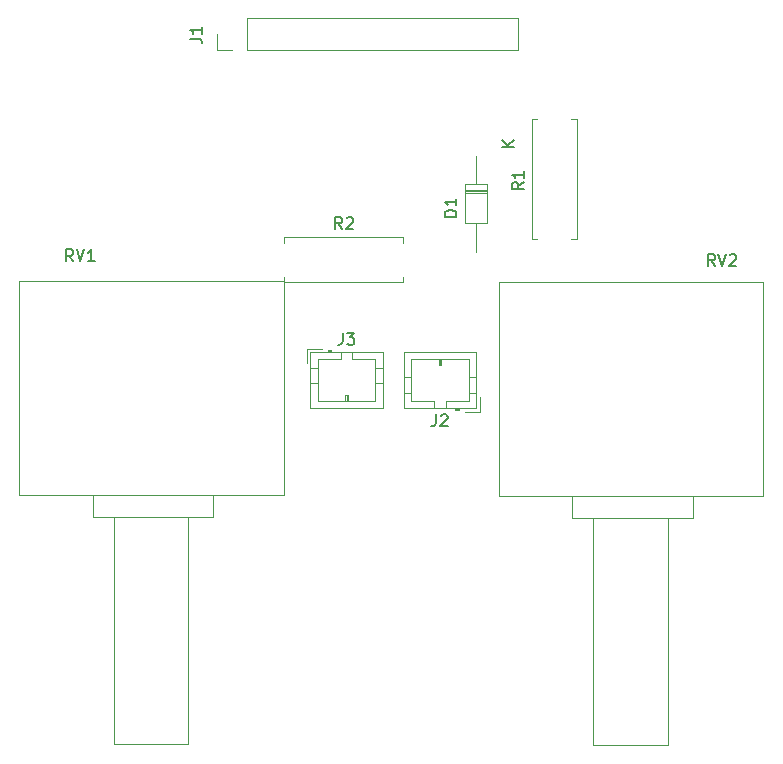
<source format=gbr>
G04 #@! TF.GenerationSoftware,KiCad,Pcbnew,(6.0.5)*
G04 #@! TF.CreationDate,2022-05-10T18:56:39+02:00*
G04 #@! TF.ProjectId,PCB_potencjometry_SN1533,5043425f-706f-4746-956e-636a6f6d6574,rev?*
G04 #@! TF.SameCoordinates,Original*
G04 #@! TF.FileFunction,Legend,Top*
G04 #@! TF.FilePolarity,Positive*
%FSLAX46Y46*%
G04 Gerber Fmt 4.6, Leading zero omitted, Abs format (unit mm)*
G04 Created by KiCad (PCBNEW (6.0.5)) date 2022-05-10 18:56:39*
%MOMM*%
%LPD*%
G01*
G04 APERTURE LIST*
%ADD10C,0.150000*%
%ADD11C,0.120000*%
G04 APERTURE END LIST*
D10*
G04 #@! TO.C,J1*
X135332380Y-82683333D02*
X136046666Y-82683333D01*
X136189523Y-82730952D01*
X136284761Y-82826190D01*
X136332380Y-82969047D01*
X136332380Y-83064285D01*
X136332380Y-81683333D02*
X136332380Y-82254761D01*
X136332380Y-81969047D02*
X135332380Y-81969047D01*
X135475238Y-82064285D01*
X135570476Y-82159523D01*
X135618095Y-82254761D01*
G04 #@! TO.C,D1*
X157902380Y-97763095D02*
X156902380Y-97763095D01*
X156902380Y-97525000D01*
X156950000Y-97382142D01*
X157045238Y-97286904D01*
X157140476Y-97239285D01*
X157330952Y-97191666D01*
X157473809Y-97191666D01*
X157664285Y-97239285D01*
X157759523Y-97286904D01*
X157854761Y-97382142D01*
X157902380Y-97525000D01*
X157902380Y-97763095D01*
X157902380Y-96239285D02*
X157902380Y-96810714D01*
X157902380Y-96525000D02*
X156902380Y-96525000D01*
X157045238Y-96620238D01*
X157140476Y-96715476D01*
X157188095Y-96810714D01*
X162802380Y-91856904D02*
X161802380Y-91856904D01*
X162802380Y-91285476D02*
X162230952Y-91714047D01*
X161802380Y-91285476D02*
X162373809Y-91856904D01*
G04 #@! TO.C,R2*
X148233333Y-98802380D02*
X147900000Y-98326190D01*
X147661904Y-98802380D02*
X147661904Y-97802380D01*
X148042857Y-97802380D01*
X148138095Y-97850000D01*
X148185714Y-97897619D01*
X148233333Y-97992857D01*
X148233333Y-98135714D01*
X148185714Y-98230952D01*
X148138095Y-98278571D01*
X148042857Y-98326190D01*
X147661904Y-98326190D01*
X148614285Y-97897619D02*
X148661904Y-97850000D01*
X148757142Y-97802380D01*
X148995238Y-97802380D01*
X149090476Y-97850000D01*
X149138095Y-97897619D01*
X149185714Y-97992857D01*
X149185714Y-98088095D01*
X149138095Y-98230952D01*
X148566666Y-98802380D01*
X149185714Y-98802380D01*
G04 #@! TO.C,J3*
X148266666Y-107602380D02*
X148266666Y-108316666D01*
X148219047Y-108459523D01*
X148123809Y-108554761D01*
X147980952Y-108602380D01*
X147885714Y-108602380D01*
X148647619Y-107602380D02*
X149266666Y-107602380D01*
X148933333Y-107983333D01*
X149076190Y-107983333D01*
X149171428Y-108030952D01*
X149219047Y-108078571D01*
X149266666Y-108173809D01*
X149266666Y-108411904D01*
X149219047Y-108507142D01*
X149171428Y-108554761D01*
X149076190Y-108602380D01*
X148790476Y-108602380D01*
X148695238Y-108554761D01*
X148647619Y-108507142D01*
G04 #@! TO.C,RV2*
X179804761Y-101932380D02*
X179471428Y-101456190D01*
X179233333Y-101932380D02*
X179233333Y-100932380D01*
X179614285Y-100932380D01*
X179709523Y-100980000D01*
X179757142Y-101027619D01*
X179804761Y-101122857D01*
X179804761Y-101265714D01*
X179757142Y-101360952D01*
X179709523Y-101408571D01*
X179614285Y-101456190D01*
X179233333Y-101456190D01*
X180090476Y-100932380D02*
X180423809Y-101932380D01*
X180757142Y-100932380D01*
X181042857Y-101027619D02*
X181090476Y-100980000D01*
X181185714Y-100932380D01*
X181423809Y-100932380D01*
X181519047Y-100980000D01*
X181566666Y-101027619D01*
X181614285Y-101122857D01*
X181614285Y-101218095D01*
X181566666Y-101360952D01*
X180995238Y-101932380D01*
X181614285Y-101932380D01*
G04 #@! TO.C,J2*
X156166666Y-114502380D02*
X156166666Y-115216666D01*
X156119047Y-115359523D01*
X156023809Y-115454761D01*
X155880952Y-115502380D01*
X155785714Y-115502380D01*
X156595238Y-114597619D02*
X156642857Y-114550000D01*
X156738095Y-114502380D01*
X156976190Y-114502380D01*
X157071428Y-114550000D01*
X157119047Y-114597619D01*
X157166666Y-114692857D01*
X157166666Y-114788095D01*
X157119047Y-114930952D01*
X156547619Y-115502380D01*
X157166666Y-115502380D01*
G04 #@! TO.C,RV1*
X125454761Y-101532380D02*
X125121428Y-101056190D01*
X124883333Y-101532380D02*
X124883333Y-100532380D01*
X125264285Y-100532380D01*
X125359523Y-100580000D01*
X125407142Y-100627619D01*
X125454761Y-100722857D01*
X125454761Y-100865714D01*
X125407142Y-100960952D01*
X125359523Y-101008571D01*
X125264285Y-101056190D01*
X124883333Y-101056190D01*
X125740476Y-100532380D02*
X126073809Y-101532380D01*
X126407142Y-100532380D01*
X127264285Y-101532380D02*
X126692857Y-101532380D01*
X126978571Y-101532380D02*
X126978571Y-100532380D01*
X126883333Y-100675238D01*
X126788095Y-100770476D01*
X126692857Y-100818095D01*
G04 #@! TO.C,R1*
X163602380Y-94866666D02*
X163126190Y-95200000D01*
X163602380Y-95438095D02*
X162602380Y-95438095D01*
X162602380Y-95057142D01*
X162650000Y-94961904D01*
X162697619Y-94914285D01*
X162792857Y-94866666D01*
X162935714Y-94866666D01*
X163030952Y-94914285D01*
X163078571Y-94961904D01*
X163126190Y-95057142D01*
X163126190Y-95438095D01*
X163602380Y-93914285D02*
X163602380Y-94485714D01*
X163602380Y-94200000D02*
X162602380Y-94200000D01*
X162745238Y-94295238D01*
X162840476Y-94390476D01*
X162888095Y-94485714D01*
D11*
G04 #@! TO.C,J1*
X137610000Y-83630000D02*
X137610000Y-82300000D01*
X140210000Y-83630000D02*
X140210000Y-80970000D01*
X140210000Y-83630000D02*
X163130000Y-83630000D01*
X140210000Y-80970000D02*
X163130000Y-80970000D01*
X138940000Y-83630000D02*
X137610000Y-83630000D01*
X163130000Y-83630000D02*
X163130000Y-80970000D01*
G04 #@! TO.C,D1*
X160470000Y-95731000D02*
X158630000Y-95731000D01*
X160470000Y-95035000D02*
X158630000Y-95035000D01*
X160470000Y-95611000D02*
X158630000Y-95611000D01*
X159550000Y-92585000D02*
X159550000Y-95035000D01*
X160470000Y-95491000D02*
X158630000Y-95491000D01*
X158630000Y-98315000D02*
X160470000Y-98315000D01*
X158630000Y-95035000D02*
X158630000Y-98315000D01*
X159550000Y-100765000D02*
X159550000Y-98315000D01*
X160470000Y-98315000D02*
X160470000Y-95035000D01*
G04 #@! TO.C,R2*
X153420000Y-102840000D02*
X153420000Y-103320000D01*
X143280000Y-103320000D02*
X143280000Y-102840000D01*
X153420000Y-103320000D02*
X143280000Y-103320000D01*
X143280000Y-99480000D02*
X143280000Y-99960000D01*
X153420000Y-99960000D02*
X153420000Y-99480000D01*
X153420000Y-99480000D02*
X143280000Y-99480000D01*
G04 #@! TO.C,J3*
X147300000Y-109240000D02*
X147300000Y-109040000D01*
X149100000Y-109850000D02*
X149100000Y-109240000D01*
X147300000Y-109040000D02*
X147000000Y-109040000D01*
X148500000Y-113350000D02*
X148500000Y-112850000D01*
X151050000Y-109850000D02*
X149100000Y-109850000D01*
X148600000Y-113350000D02*
X148600000Y-112850000D01*
X151660000Y-110550000D02*
X151050000Y-110550000D01*
X145240000Y-108940000D02*
X145240000Y-110190000D01*
X151660000Y-111850000D02*
X151050000Y-111850000D01*
X145540000Y-111850000D02*
X146150000Y-111850000D01*
X151660000Y-109240000D02*
X145540000Y-109240000D01*
X147300000Y-109140000D02*
X147000000Y-109140000D01*
X146490000Y-108940000D02*
X145240000Y-108940000D01*
X145540000Y-109240000D02*
X145540000Y-113960000D01*
X145540000Y-110550000D02*
X146150000Y-110550000D01*
X145540000Y-113960000D02*
X151660000Y-113960000D01*
X146150000Y-113350000D02*
X151050000Y-113350000D01*
X146150000Y-109850000D02*
X146150000Y-113350000D01*
X148100000Y-109850000D02*
X146150000Y-109850000D01*
X151050000Y-113350000D02*
X151050000Y-109850000D01*
X151660000Y-113960000D02*
X151660000Y-109240000D01*
X148700000Y-112850000D02*
X148700000Y-113350000D01*
X148500000Y-112850000D02*
X148700000Y-112850000D01*
X148100000Y-109240000D02*
X148100000Y-109850000D01*
X147000000Y-109040000D02*
X147000000Y-109240000D01*
G04 #@! TO.C,RV2*
X183900000Y-103300000D02*
X161500000Y-103300000D01*
X161500000Y-103300000D02*
X161500000Y-121400000D01*
X161500000Y-121400000D02*
X183900000Y-121400000D01*
X183900000Y-121400000D02*
X183900000Y-103300000D01*
X177900000Y-121400000D02*
X167700000Y-121400000D01*
X167700000Y-121400000D02*
X167700000Y-123300000D01*
X167700000Y-123300000D02*
X177900000Y-123300000D01*
X177900000Y-123300000D02*
X177900000Y-121400000D01*
X175800000Y-123300000D02*
X169500000Y-123300000D01*
X169500000Y-123300000D02*
X169500000Y-142500000D01*
X169500000Y-142500000D02*
X175800000Y-142500000D01*
X175800000Y-142500000D02*
X175800000Y-123300000D01*
G04 #@! TO.C,J2*
X159560000Y-109240000D02*
X153440000Y-109240000D01*
X154050000Y-109850000D02*
X154050000Y-113350000D01*
X154050000Y-113350000D02*
X156000000Y-113350000D01*
X159560000Y-111350000D02*
X158950000Y-111350000D01*
X157800000Y-113960000D02*
X157800000Y-114160000D01*
X156600000Y-110350000D02*
X156400000Y-110350000D01*
X153440000Y-112650000D02*
X154050000Y-112650000D01*
X158610000Y-114260000D02*
X159860000Y-114260000D01*
X156000000Y-113350000D02*
X156000000Y-113960000D01*
X158100000Y-114160000D02*
X158100000Y-113960000D01*
X153440000Y-113960000D02*
X159560000Y-113960000D01*
X158950000Y-113350000D02*
X158950000Y-109850000D01*
X158950000Y-109850000D02*
X154050000Y-109850000D01*
X157000000Y-113960000D02*
X157000000Y-113350000D01*
X156400000Y-110350000D02*
X156400000Y-109850000D01*
X156500000Y-109850000D02*
X156500000Y-110350000D01*
X157800000Y-114160000D02*
X158100000Y-114160000D01*
X156600000Y-109850000D02*
X156600000Y-110350000D01*
X153440000Y-109240000D02*
X153440000Y-113960000D01*
X157000000Y-113350000D02*
X158950000Y-113350000D01*
X157800000Y-114060000D02*
X158100000Y-114060000D01*
X153440000Y-111350000D02*
X154050000Y-111350000D01*
X159560000Y-112650000D02*
X158950000Y-112650000D01*
X159560000Y-113960000D02*
X159560000Y-109240000D01*
X159860000Y-114260000D02*
X159860000Y-113010000D01*
G04 #@! TO.C,RV1*
X137300000Y-121300000D02*
X127100000Y-121300000D01*
X127100000Y-121300000D02*
X127100000Y-123200000D01*
X127100000Y-123200000D02*
X137300000Y-123200000D01*
X137300000Y-123200000D02*
X137300000Y-121300000D01*
X143300000Y-103200000D02*
X120900000Y-103200000D01*
X120900000Y-103200000D02*
X120900000Y-121300000D01*
X120900000Y-121300000D02*
X143300000Y-121300000D01*
X143300000Y-121300000D02*
X143300000Y-103200000D01*
X135200000Y-123200000D02*
X128900000Y-123200000D01*
X128900000Y-123200000D02*
X128900000Y-142400000D01*
X128900000Y-142400000D02*
X135200000Y-142400000D01*
X135200000Y-142400000D02*
X135200000Y-123200000D01*
G04 #@! TO.C,R1*
X168120000Y-99670000D02*
X168120000Y-89530000D01*
X167640000Y-99670000D02*
X168120000Y-99670000D01*
X164760000Y-99670000D02*
X164280000Y-99670000D01*
X168120000Y-89530000D02*
X167640000Y-89530000D01*
X164280000Y-99670000D02*
X164280000Y-89530000D01*
X164280000Y-89530000D02*
X164760000Y-89530000D01*
G04 #@! TD*
M02*

</source>
